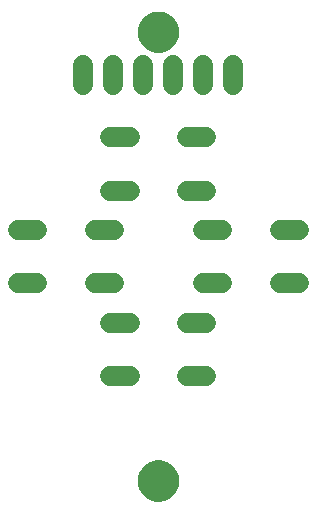
<source format=gbr>
G04 EAGLE Gerber RS-274X export*
G75*
%MOMM*%
%FSLAX34Y34*%
%LPD*%
%INSoldermask Top*%
%IPPOS*%
%AMOC8*
5,1,8,0,0,1.08239X$1,22.5*%
G01*
%ADD10C,2.601600*%
%ADD11C,0.500000*%
%ADD12C,1.727200*%


D10*
X143000Y35000D03*
X143000Y415000D03*
D11*
X128000Y415000D02*
X128005Y415368D01*
X128018Y415736D01*
X128041Y416103D01*
X128072Y416470D01*
X128113Y416836D01*
X128162Y417201D01*
X128221Y417564D01*
X128288Y417926D01*
X128364Y418287D01*
X128450Y418645D01*
X128543Y419001D01*
X128646Y419354D01*
X128757Y419705D01*
X128877Y420053D01*
X129005Y420398D01*
X129142Y420740D01*
X129287Y421079D01*
X129440Y421413D01*
X129602Y421744D01*
X129771Y422071D01*
X129949Y422393D01*
X130134Y422712D01*
X130327Y423025D01*
X130528Y423334D01*
X130736Y423637D01*
X130952Y423935D01*
X131175Y424228D01*
X131405Y424516D01*
X131642Y424798D01*
X131886Y425073D01*
X132136Y425343D01*
X132393Y425607D01*
X132657Y425864D01*
X132927Y426114D01*
X133202Y426358D01*
X133484Y426595D01*
X133772Y426825D01*
X134065Y427048D01*
X134363Y427264D01*
X134666Y427472D01*
X134975Y427673D01*
X135288Y427866D01*
X135607Y428051D01*
X135929Y428229D01*
X136256Y428398D01*
X136587Y428560D01*
X136921Y428713D01*
X137260Y428858D01*
X137602Y428995D01*
X137947Y429123D01*
X138295Y429243D01*
X138646Y429354D01*
X138999Y429457D01*
X139355Y429550D01*
X139713Y429636D01*
X140074Y429712D01*
X140436Y429779D01*
X140799Y429838D01*
X141164Y429887D01*
X141530Y429928D01*
X141897Y429959D01*
X142264Y429982D01*
X142632Y429995D01*
X143000Y430000D01*
X143368Y429995D01*
X143736Y429982D01*
X144103Y429959D01*
X144470Y429928D01*
X144836Y429887D01*
X145201Y429838D01*
X145564Y429779D01*
X145926Y429712D01*
X146287Y429636D01*
X146645Y429550D01*
X147001Y429457D01*
X147354Y429354D01*
X147705Y429243D01*
X148053Y429123D01*
X148398Y428995D01*
X148740Y428858D01*
X149079Y428713D01*
X149413Y428560D01*
X149744Y428398D01*
X150071Y428229D01*
X150393Y428051D01*
X150712Y427866D01*
X151025Y427673D01*
X151334Y427472D01*
X151637Y427264D01*
X151935Y427048D01*
X152228Y426825D01*
X152516Y426595D01*
X152798Y426358D01*
X153073Y426114D01*
X153343Y425864D01*
X153607Y425607D01*
X153864Y425343D01*
X154114Y425073D01*
X154358Y424798D01*
X154595Y424516D01*
X154825Y424228D01*
X155048Y423935D01*
X155264Y423637D01*
X155472Y423334D01*
X155673Y423025D01*
X155866Y422712D01*
X156051Y422393D01*
X156229Y422071D01*
X156398Y421744D01*
X156560Y421413D01*
X156713Y421079D01*
X156858Y420740D01*
X156995Y420398D01*
X157123Y420053D01*
X157243Y419705D01*
X157354Y419354D01*
X157457Y419001D01*
X157550Y418645D01*
X157636Y418287D01*
X157712Y417926D01*
X157779Y417564D01*
X157838Y417201D01*
X157887Y416836D01*
X157928Y416470D01*
X157959Y416103D01*
X157982Y415736D01*
X157995Y415368D01*
X158000Y415000D01*
X157995Y414632D01*
X157982Y414264D01*
X157959Y413897D01*
X157928Y413530D01*
X157887Y413164D01*
X157838Y412799D01*
X157779Y412436D01*
X157712Y412074D01*
X157636Y411713D01*
X157550Y411355D01*
X157457Y410999D01*
X157354Y410646D01*
X157243Y410295D01*
X157123Y409947D01*
X156995Y409602D01*
X156858Y409260D01*
X156713Y408921D01*
X156560Y408587D01*
X156398Y408256D01*
X156229Y407929D01*
X156051Y407607D01*
X155866Y407288D01*
X155673Y406975D01*
X155472Y406666D01*
X155264Y406363D01*
X155048Y406065D01*
X154825Y405772D01*
X154595Y405484D01*
X154358Y405202D01*
X154114Y404927D01*
X153864Y404657D01*
X153607Y404393D01*
X153343Y404136D01*
X153073Y403886D01*
X152798Y403642D01*
X152516Y403405D01*
X152228Y403175D01*
X151935Y402952D01*
X151637Y402736D01*
X151334Y402528D01*
X151025Y402327D01*
X150712Y402134D01*
X150393Y401949D01*
X150071Y401771D01*
X149744Y401602D01*
X149413Y401440D01*
X149079Y401287D01*
X148740Y401142D01*
X148398Y401005D01*
X148053Y400877D01*
X147705Y400757D01*
X147354Y400646D01*
X147001Y400543D01*
X146645Y400450D01*
X146287Y400364D01*
X145926Y400288D01*
X145564Y400221D01*
X145201Y400162D01*
X144836Y400113D01*
X144470Y400072D01*
X144103Y400041D01*
X143736Y400018D01*
X143368Y400005D01*
X143000Y400000D01*
X142632Y400005D01*
X142264Y400018D01*
X141897Y400041D01*
X141530Y400072D01*
X141164Y400113D01*
X140799Y400162D01*
X140436Y400221D01*
X140074Y400288D01*
X139713Y400364D01*
X139355Y400450D01*
X138999Y400543D01*
X138646Y400646D01*
X138295Y400757D01*
X137947Y400877D01*
X137602Y401005D01*
X137260Y401142D01*
X136921Y401287D01*
X136587Y401440D01*
X136256Y401602D01*
X135929Y401771D01*
X135607Y401949D01*
X135288Y402134D01*
X134975Y402327D01*
X134666Y402528D01*
X134363Y402736D01*
X134065Y402952D01*
X133772Y403175D01*
X133484Y403405D01*
X133202Y403642D01*
X132927Y403886D01*
X132657Y404136D01*
X132393Y404393D01*
X132136Y404657D01*
X131886Y404927D01*
X131642Y405202D01*
X131405Y405484D01*
X131175Y405772D01*
X130952Y406065D01*
X130736Y406363D01*
X130528Y406666D01*
X130327Y406975D01*
X130134Y407288D01*
X129949Y407607D01*
X129771Y407929D01*
X129602Y408256D01*
X129440Y408587D01*
X129287Y408921D01*
X129142Y409260D01*
X129005Y409602D01*
X128877Y409947D01*
X128757Y410295D01*
X128646Y410646D01*
X128543Y410999D01*
X128450Y411355D01*
X128364Y411713D01*
X128288Y412074D01*
X128221Y412436D01*
X128162Y412799D01*
X128113Y413164D01*
X128072Y413530D01*
X128041Y413897D01*
X128018Y414264D01*
X128005Y414632D01*
X128000Y415000D01*
X128000Y35000D02*
X128005Y35368D01*
X128018Y35736D01*
X128041Y36103D01*
X128072Y36470D01*
X128113Y36836D01*
X128162Y37201D01*
X128221Y37564D01*
X128288Y37926D01*
X128364Y38287D01*
X128450Y38645D01*
X128543Y39001D01*
X128646Y39354D01*
X128757Y39705D01*
X128877Y40053D01*
X129005Y40398D01*
X129142Y40740D01*
X129287Y41079D01*
X129440Y41413D01*
X129602Y41744D01*
X129771Y42071D01*
X129949Y42393D01*
X130134Y42712D01*
X130327Y43025D01*
X130528Y43334D01*
X130736Y43637D01*
X130952Y43935D01*
X131175Y44228D01*
X131405Y44516D01*
X131642Y44798D01*
X131886Y45073D01*
X132136Y45343D01*
X132393Y45607D01*
X132657Y45864D01*
X132927Y46114D01*
X133202Y46358D01*
X133484Y46595D01*
X133772Y46825D01*
X134065Y47048D01*
X134363Y47264D01*
X134666Y47472D01*
X134975Y47673D01*
X135288Y47866D01*
X135607Y48051D01*
X135929Y48229D01*
X136256Y48398D01*
X136587Y48560D01*
X136921Y48713D01*
X137260Y48858D01*
X137602Y48995D01*
X137947Y49123D01*
X138295Y49243D01*
X138646Y49354D01*
X138999Y49457D01*
X139355Y49550D01*
X139713Y49636D01*
X140074Y49712D01*
X140436Y49779D01*
X140799Y49838D01*
X141164Y49887D01*
X141530Y49928D01*
X141897Y49959D01*
X142264Y49982D01*
X142632Y49995D01*
X143000Y50000D01*
X143368Y49995D01*
X143736Y49982D01*
X144103Y49959D01*
X144470Y49928D01*
X144836Y49887D01*
X145201Y49838D01*
X145564Y49779D01*
X145926Y49712D01*
X146287Y49636D01*
X146645Y49550D01*
X147001Y49457D01*
X147354Y49354D01*
X147705Y49243D01*
X148053Y49123D01*
X148398Y48995D01*
X148740Y48858D01*
X149079Y48713D01*
X149413Y48560D01*
X149744Y48398D01*
X150071Y48229D01*
X150393Y48051D01*
X150712Y47866D01*
X151025Y47673D01*
X151334Y47472D01*
X151637Y47264D01*
X151935Y47048D01*
X152228Y46825D01*
X152516Y46595D01*
X152798Y46358D01*
X153073Y46114D01*
X153343Y45864D01*
X153607Y45607D01*
X153864Y45343D01*
X154114Y45073D01*
X154358Y44798D01*
X154595Y44516D01*
X154825Y44228D01*
X155048Y43935D01*
X155264Y43637D01*
X155472Y43334D01*
X155673Y43025D01*
X155866Y42712D01*
X156051Y42393D01*
X156229Y42071D01*
X156398Y41744D01*
X156560Y41413D01*
X156713Y41079D01*
X156858Y40740D01*
X156995Y40398D01*
X157123Y40053D01*
X157243Y39705D01*
X157354Y39354D01*
X157457Y39001D01*
X157550Y38645D01*
X157636Y38287D01*
X157712Y37926D01*
X157779Y37564D01*
X157838Y37201D01*
X157887Y36836D01*
X157928Y36470D01*
X157959Y36103D01*
X157982Y35736D01*
X157995Y35368D01*
X158000Y35000D01*
X157995Y34632D01*
X157982Y34264D01*
X157959Y33897D01*
X157928Y33530D01*
X157887Y33164D01*
X157838Y32799D01*
X157779Y32436D01*
X157712Y32074D01*
X157636Y31713D01*
X157550Y31355D01*
X157457Y30999D01*
X157354Y30646D01*
X157243Y30295D01*
X157123Y29947D01*
X156995Y29602D01*
X156858Y29260D01*
X156713Y28921D01*
X156560Y28587D01*
X156398Y28256D01*
X156229Y27929D01*
X156051Y27607D01*
X155866Y27288D01*
X155673Y26975D01*
X155472Y26666D01*
X155264Y26363D01*
X155048Y26065D01*
X154825Y25772D01*
X154595Y25484D01*
X154358Y25202D01*
X154114Y24927D01*
X153864Y24657D01*
X153607Y24393D01*
X153343Y24136D01*
X153073Y23886D01*
X152798Y23642D01*
X152516Y23405D01*
X152228Y23175D01*
X151935Y22952D01*
X151637Y22736D01*
X151334Y22528D01*
X151025Y22327D01*
X150712Y22134D01*
X150393Y21949D01*
X150071Y21771D01*
X149744Y21602D01*
X149413Y21440D01*
X149079Y21287D01*
X148740Y21142D01*
X148398Y21005D01*
X148053Y20877D01*
X147705Y20757D01*
X147354Y20646D01*
X147001Y20543D01*
X146645Y20450D01*
X146287Y20364D01*
X145926Y20288D01*
X145564Y20221D01*
X145201Y20162D01*
X144836Y20113D01*
X144470Y20072D01*
X144103Y20041D01*
X143736Y20018D01*
X143368Y20005D01*
X143000Y20000D01*
X142632Y20005D01*
X142264Y20018D01*
X141897Y20041D01*
X141530Y20072D01*
X141164Y20113D01*
X140799Y20162D01*
X140436Y20221D01*
X140074Y20288D01*
X139713Y20364D01*
X139355Y20450D01*
X138999Y20543D01*
X138646Y20646D01*
X138295Y20757D01*
X137947Y20877D01*
X137602Y21005D01*
X137260Y21142D01*
X136921Y21287D01*
X136587Y21440D01*
X136256Y21602D01*
X135929Y21771D01*
X135607Y21949D01*
X135288Y22134D01*
X134975Y22327D01*
X134666Y22528D01*
X134363Y22736D01*
X134065Y22952D01*
X133772Y23175D01*
X133484Y23405D01*
X133202Y23642D01*
X132927Y23886D01*
X132657Y24136D01*
X132393Y24393D01*
X132136Y24657D01*
X131886Y24927D01*
X131642Y25202D01*
X131405Y25484D01*
X131175Y25772D01*
X130952Y26065D01*
X130736Y26363D01*
X130528Y26666D01*
X130327Y26975D01*
X130134Y27288D01*
X129949Y27607D01*
X129771Y27929D01*
X129602Y28256D01*
X129440Y28587D01*
X129287Y28921D01*
X129142Y29260D01*
X129005Y29602D01*
X128877Y29947D01*
X128757Y30295D01*
X128646Y30646D01*
X128543Y30999D01*
X128450Y31355D01*
X128364Y31713D01*
X128288Y32074D01*
X128221Y32436D01*
X128162Y32799D01*
X128113Y33164D01*
X128072Y33530D01*
X128041Y33897D01*
X128018Y34264D01*
X128005Y34632D01*
X128000Y35000D01*
D12*
X105140Y202394D02*
X88884Y202394D01*
X88884Y247606D02*
X105140Y247606D01*
X40116Y202394D02*
X23860Y202394D01*
X23860Y247606D02*
X40116Y247606D01*
X167384Y280894D02*
X183640Y280894D01*
X183640Y326106D02*
X167384Y326106D01*
X118616Y280894D02*
X102360Y280894D01*
X102360Y326106D02*
X118616Y326106D01*
X245884Y202394D02*
X262140Y202394D01*
X262140Y247606D02*
X245884Y247606D01*
X197116Y202394D02*
X180860Y202394D01*
X180860Y247606D02*
X197116Y247606D01*
X183640Y123894D02*
X167384Y123894D01*
X167384Y169106D02*
X183640Y169106D01*
X118616Y123894D02*
X102360Y123894D01*
X102360Y169106D02*
X118616Y169106D01*
X79000Y370602D02*
X79000Y386858D01*
X104400Y386858D02*
X104400Y370602D01*
X129800Y370602D02*
X129800Y386858D01*
X155200Y386858D02*
X155200Y370602D01*
X180600Y370602D02*
X180600Y386858D01*
X206000Y386858D02*
X206000Y370602D01*
M02*

</source>
